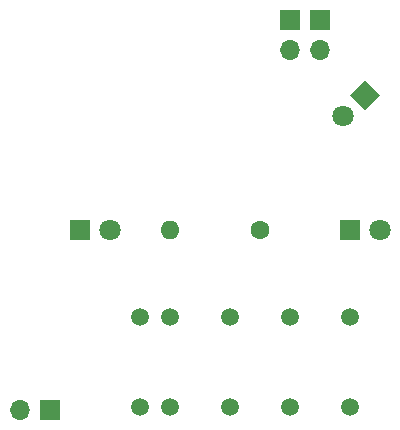
<source format=gbr>
%TF.GenerationSoftware,KiCad,Pcbnew,5.1.9*%
%TF.CreationDate,2021-04-10T23:13:33+02:00*%
%TF.ProjectId,Weichensimultor,57656963-6865-46e7-9369-6d756c746f72,rev?*%
%TF.SameCoordinates,Original*%
%TF.FileFunction,Soldermask,Top*%
%TF.FilePolarity,Negative*%
%FSLAX46Y46*%
G04 Gerber Fmt 4.6, Leading zero omitted, Abs format (unit mm)*
G04 Created by KiCad (PCBNEW 5.1.9) date 2021-04-10 23:13:33*
%MOMM*%
%LPD*%
G01*
G04 APERTURE LIST*
%ADD10C,1.800000*%
%ADD11R,1.800000X1.800000*%
%ADD12C,0.100000*%
%ADD13C,1.500000*%
%ADD14O,1.600000X1.600000*%
%ADD15C,1.600000*%
%ADD16O,1.700000X1.700000*%
%ADD17R,1.700000X1.700000*%
G04 APERTURE END LIST*
D10*
%TO.C,D1*%
X124460000Y-106680000D03*
D11*
X121920000Y-106680000D03*
%TD*%
%TO.C,D2*%
X144780000Y-106680000D03*
D10*
X147320000Y-106680000D03*
%TD*%
%TO.C,D3*%
X144253949Y-97046051D03*
D12*
G36*
X146050000Y-93977208D02*
G01*
X147322792Y-95250000D01*
X146050000Y-96522792D01*
X144777208Y-95250000D01*
X146050000Y-93977208D01*
G37*
%TD*%
D13*
%TO.C,K1*%
X127000000Y-121720001D03*
X129540000Y-121720001D03*
X134620000Y-121720001D03*
X139700000Y-121720001D03*
X144780000Y-121720001D03*
X144780000Y-114100001D03*
X139700000Y-114100001D03*
X134620000Y-114100001D03*
X129540000Y-114100001D03*
X127000000Y-114100001D03*
%TD*%
D14*
%TO.C,R1*%
X129540000Y-106680000D03*
D15*
X137160000Y-106680000D03*
%TD*%
D16*
%TO.C,J1*%
X116840000Y-121920000D03*
D17*
X119380000Y-121920000D03*
%TD*%
%TO.C,J2*%
X139700000Y-88900000D03*
D16*
X139700000Y-91440000D03*
%TD*%
%TO.C,J3*%
X142240000Y-91440000D03*
D17*
X142240000Y-88900000D03*
%TD*%
M02*

</source>
